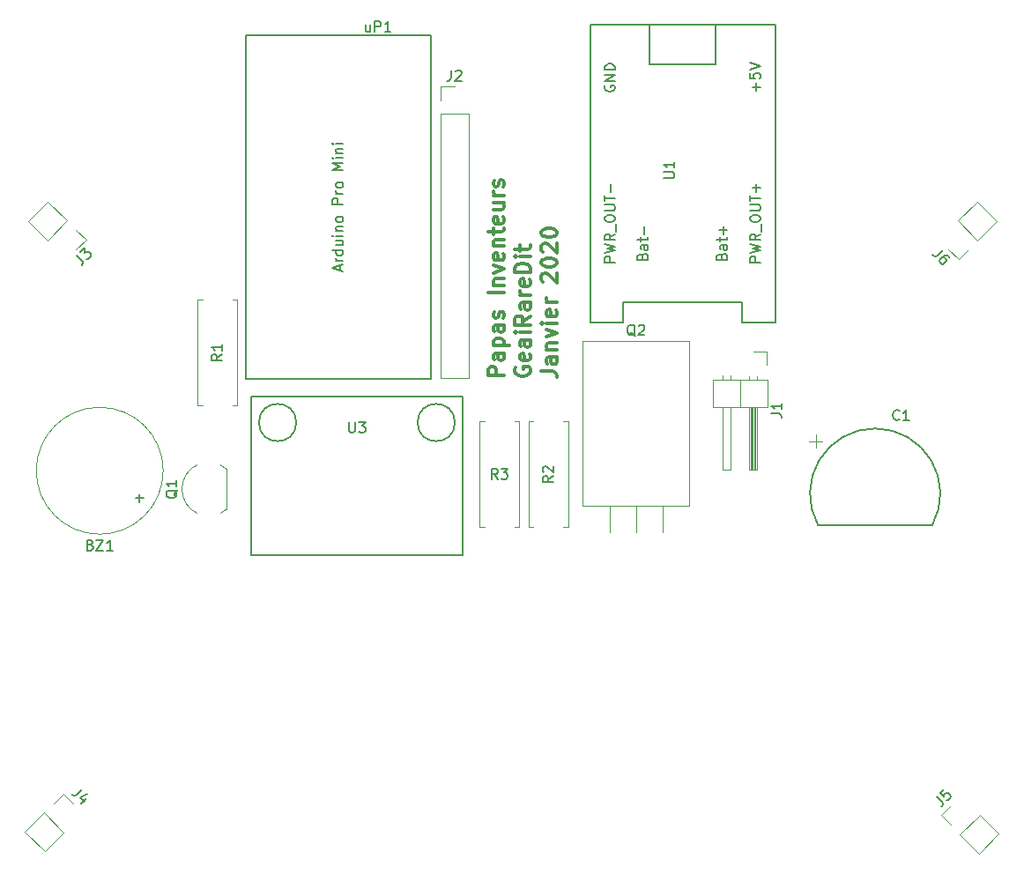
<source format=gto>
G04 #@! TF.GenerationSoftware,KiCad,Pcbnew,5.1.5-52549c5~84~ubuntu18.04.1*
G04 #@! TF.CreationDate,2020-01-22T10:54:03-05:00*
G04 #@! TF.ProjectId,GeaiRareDit_PCB_Kicad5,47656169-5261-4726-9544-69745f504342,1.0*
G04 #@! TF.SameCoordinates,Original*
G04 #@! TF.FileFunction,Legend,Top*
G04 #@! TF.FilePolarity,Positive*
%FSLAX46Y46*%
G04 Gerber Fmt 4.6, Leading zero omitted, Abs format (unit mm)*
G04 Created by KiCad (PCBNEW 5.1.5-52549c5~84~ubuntu18.04.1) date 2020-01-22 10:54:03*
%MOMM*%
%LPD*%
G04 APERTURE LIST*
%ADD10C,0.300000*%
%ADD11C,0.120000*%
%ADD12C,0.150000*%
G04 APERTURE END LIST*
D10*
X150111071Y-87170857D02*
X148611071Y-87170857D01*
X148611071Y-86599428D01*
X148682500Y-86456571D01*
X148753928Y-86385142D01*
X148896785Y-86313714D01*
X149111071Y-86313714D01*
X149253928Y-86385142D01*
X149325357Y-86456571D01*
X149396785Y-86599428D01*
X149396785Y-87170857D01*
X150111071Y-85028000D02*
X149325357Y-85028000D01*
X149182500Y-85099428D01*
X149111071Y-85242285D01*
X149111071Y-85528000D01*
X149182500Y-85670857D01*
X150039642Y-85028000D02*
X150111071Y-85170857D01*
X150111071Y-85528000D01*
X150039642Y-85670857D01*
X149896785Y-85742285D01*
X149753928Y-85742285D01*
X149611071Y-85670857D01*
X149539642Y-85528000D01*
X149539642Y-85170857D01*
X149468214Y-85028000D01*
X149111071Y-84313714D02*
X150611071Y-84313714D01*
X149182500Y-84313714D02*
X149111071Y-84170857D01*
X149111071Y-83885142D01*
X149182500Y-83742285D01*
X149253928Y-83670857D01*
X149396785Y-83599428D01*
X149825357Y-83599428D01*
X149968214Y-83670857D01*
X150039642Y-83742285D01*
X150111071Y-83885142D01*
X150111071Y-84170857D01*
X150039642Y-84313714D01*
X150111071Y-82313714D02*
X149325357Y-82313714D01*
X149182500Y-82385142D01*
X149111071Y-82528000D01*
X149111071Y-82813714D01*
X149182500Y-82956571D01*
X150039642Y-82313714D02*
X150111071Y-82456571D01*
X150111071Y-82813714D01*
X150039642Y-82956571D01*
X149896785Y-83028000D01*
X149753928Y-83028000D01*
X149611071Y-82956571D01*
X149539642Y-82813714D01*
X149539642Y-82456571D01*
X149468214Y-82313714D01*
X150039642Y-81670857D02*
X150111071Y-81528000D01*
X150111071Y-81242285D01*
X150039642Y-81099428D01*
X149896785Y-81028000D01*
X149825357Y-81028000D01*
X149682500Y-81099428D01*
X149611071Y-81242285D01*
X149611071Y-81456571D01*
X149539642Y-81599428D01*
X149396785Y-81670857D01*
X149325357Y-81670857D01*
X149182500Y-81599428D01*
X149111071Y-81456571D01*
X149111071Y-81242285D01*
X149182500Y-81099428D01*
X150111071Y-79242285D02*
X148611071Y-79242285D01*
X149111071Y-78528000D02*
X150111071Y-78528000D01*
X149253928Y-78528000D02*
X149182500Y-78456571D01*
X149111071Y-78313714D01*
X149111071Y-78099428D01*
X149182500Y-77956571D01*
X149325357Y-77885142D01*
X150111071Y-77885142D01*
X149111071Y-77313714D02*
X150111071Y-76956571D01*
X149111071Y-76599428D01*
X150039642Y-75456571D02*
X150111071Y-75599428D01*
X150111071Y-75885142D01*
X150039642Y-76028000D01*
X149896785Y-76099428D01*
X149325357Y-76099428D01*
X149182500Y-76028000D01*
X149111071Y-75885142D01*
X149111071Y-75599428D01*
X149182500Y-75456571D01*
X149325357Y-75385142D01*
X149468214Y-75385142D01*
X149611071Y-76099428D01*
X149111071Y-74742285D02*
X150111071Y-74742285D01*
X149253928Y-74742285D02*
X149182500Y-74670857D01*
X149111071Y-74528000D01*
X149111071Y-74313714D01*
X149182500Y-74170857D01*
X149325357Y-74099428D01*
X150111071Y-74099428D01*
X149111071Y-73599428D02*
X149111071Y-73028000D01*
X148611071Y-73385142D02*
X149896785Y-73385142D01*
X150039642Y-73313714D01*
X150111071Y-73170857D01*
X150111071Y-73028000D01*
X150039642Y-71956571D02*
X150111071Y-72099428D01*
X150111071Y-72385142D01*
X150039642Y-72528000D01*
X149896785Y-72599428D01*
X149325357Y-72599428D01*
X149182500Y-72528000D01*
X149111071Y-72385142D01*
X149111071Y-72099428D01*
X149182500Y-71956571D01*
X149325357Y-71885142D01*
X149468214Y-71885142D01*
X149611071Y-72599428D01*
X149111071Y-70599428D02*
X150111071Y-70599428D01*
X149111071Y-71242285D02*
X149896785Y-71242285D01*
X150039642Y-71170857D01*
X150111071Y-71028000D01*
X150111071Y-70813714D01*
X150039642Y-70670857D01*
X149968214Y-70599428D01*
X150111071Y-69885142D02*
X149111071Y-69885142D01*
X149396785Y-69885142D02*
X149253928Y-69813714D01*
X149182500Y-69742285D01*
X149111071Y-69599428D01*
X149111071Y-69456571D01*
X150039642Y-69028000D02*
X150111071Y-68885142D01*
X150111071Y-68599428D01*
X150039642Y-68456571D01*
X149896785Y-68385142D01*
X149825357Y-68385142D01*
X149682500Y-68456571D01*
X149611071Y-68599428D01*
X149611071Y-68813714D01*
X149539642Y-68956571D01*
X149396785Y-69028000D01*
X149325357Y-69028000D01*
X149182500Y-68956571D01*
X149111071Y-68813714D01*
X149111071Y-68599428D01*
X149182500Y-68456571D01*
X151232500Y-86385142D02*
X151161071Y-86528000D01*
X151161071Y-86742285D01*
X151232500Y-86956571D01*
X151375357Y-87099428D01*
X151518214Y-87170857D01*
X151803928Y-87242285D01*
X152018214Y-87242285D01*
X152303928Y-87170857D01*
X152446785Y-87099428D01*
X152589642Y-86956571D01*
X152661071Y-86742285D01*
X152661071Y-86599428D01*
X152589642Y-86385142D01*
X152518214Y-86313714D01*
X152018214Y-86313714D01*
X152018214Y-86599428D01*
X152589642Y-85099428D02*
X152661071Y-85242285D01*
X152661071Y-85528000D01*
X152589642Y-85670857D01*
X152446785Y-85742285D01*
X151875357Y-85742285D01*
X151732500Y-85670857D01*
X151661071Y-85528000D01*
X151661071Y-85242285D01*
X151732500Y-85099428D01*
X151875357Y-85028000D01*
X152018214Y-85028000D01*
X152161071Y-85742285D01*
X152661071Y-83742285D02*
X151875357Y-83742285D01*
X151732500Y-83813714D01*
X151661071Y-83956571D01*
X151661071Y-84242285D01*
X151732500Y-84385142D01*
X152589642Y-83742285D02*
X152661071Y-83885142D01*
X152661071Y-84242285D01*
X152589642Y-84385142D01*
X152446785Y-84456571D01*
X152303928Y-84456571D01*
X152161071Y-84385142D01*
X152089642Y-84242285D01*
X152089642Y-83885142D01*
X152018214Y-83742285D01*
X152661071Y-83028000D02*
X151661071Y-83028000D01*
X151161071Y-83028000D02*
X151232500Y-83099428D01*
X151303928Y-83028000D01*
X151232500Y-82956571D01*
X151161071Y-83028000D01*
X151303928Y-83028000D01*
X152661071Y-81456571D02*
X151946785Y-81956571D01*
X152661071Y-82313714D02*
X151161071Y-82313714D01*
X151161071Y-81742285D01*
X151232500Y-81599428D01*
X151303928Y-81528000D01*
X151446785Y-81456571D01*
X151661071Y-81456571D01*
X151803928Y-81528000D01*
X151875357Y-81599428D01*
X151946785Y-81742285D01*
X151946785Y-82313714D01*
X152661071Y-80170857D02*
X151875357Y-80170857D01*
X151732500Y-80242285D01*
X151661071Y-80385142D01*
X151661071Y-80670857D01*
X151732500Y-80813714D01*
X152589642Y-80170857D02*
X152661071Y-80313714D01*
X152661071Y-80670857D01*
X152589642Y-80813714D01*
X152446785Y-80885142D01*
X152303928Y-80885142D01*
X152161071Y-80813714D01*
X152089642Y-80670857D01*
X152089642Y-80313714D01*
X152018214Y-80170857D01*
X152661071Y-79456571D02*
X151661071Y-79456571D01*
X151946785Y-79456571D02*
X151803928Y-79385142D01*
X151732500Y-79313714D01*
X151661071Y-79170857D01*
X151661071Y-79028000D01*
X152589642Y-77956571D02*
X152661071Y-78099428D01*
X152661071Y-78385142D01*
X152589642Y-78528000D01*
X152446785Y-78599428D01*
X151875357Y-78599428D01*
X151732500Y-78528000D01*
X151661071Y-78385142D01*
X151661071Y-78099428D01*
X151732500Y-77956571D01*
X151875357Y-77885142D01*
X152018214Y-77885142D01*
X152161071Y-78599428D01*
X152661071Y-77242285D02*
X151161071Y-77242285D01*
X151161071Y-76885142D01*
X151232500Y-76670857D01*
X151375357Y-76528000D01*
X151518214Y-76456571D01*
X151803928Y-76385142D01*
X152018214Y-76385142D01*
X152303928Y-76456571D01*
X152446785Y-76528000D01*
X152589642Y-76670857D01*
X152661071Y-76885142D01*
X152661071Y-77242285D01*
X152661071Y-75742285D02*
X151661071Y-75742285D01*
X151161071Y-75742285D02*
X151232500Y-75813714D01*
X151303928Y-75742285D01*
X151232500Y-75670857D01*
X151161071Y-75742285D01*
X151303928Y-75742285D01*
X151661071Y-75242285D02*
X151661071Y-74670857D01*
X151161071Y-75028000D02*
X152446785Y-75028000D01*
X152589642Y-74956571D01*
X152661071Y-74813714D01*
X152661071Y-74670857D01*
X153711071Y-86742285D02*
X154782500Y-86742285D01*
X154996785Y-86813714D01*
X155139642Y-86956571D01*
X155211071Y-87170857D01*
X155211071Y-87313714D01*
X155211071Y-85385142D02*
X154425357Y-85385142D01*
X154282500Y-85456571D01*
X154211071Y-85599428D01*
X154211071Y-85885142D01*
X154282500Y-86028000D01*
X155139642Y-85385142D02*
X155211071Y-85528000D01*
X155211071Y-85885142D01*
X155139642Y-86028000D01*
X154996785Y-86099428D01*
X154853928Y-86099428D01*
X154711071Y-86028000D01*
X154639642Y-85885142D01*
X154639642Y-85528000D01*
X154568214Y-85385142D01*
X154211071Y-84670857D02*
X155211071Y-84670857D01*
X154353928Y-84670857D02*
X154282500Y-84599428D01*
X154211071Y-84456571D01*
X154211071Y-84242285D01*
X154282500Y-84099428D01*
X154425357Y-84028000D01*
X155211071Y-84028000D01*
X154211071Y-83456571D02*
X155211071Y-83099428D01*
X154211071Y-82742285D01*
X155211071Y-82170857D02*
X154211071Y-82170857D01*
X153711071Y-82170857D02*
X153782500Y-82242285D01*
X153853928Y-82170857D01*
X153782500Y-82099428D01*
X153711071Y-82170857D01*
X153853928Y-82170857D01*
X155139642Y-80885142D02*
X155211071Y-81028000D01*
X155211071Y-81313714D01*
X155139642Y-81456571D01*
X154996785Y-81528000D01*
X154425357Y-81528000D01*
X154282500Y-81456571D01*
X154211071Y-81313714D01*
X154211071Y-81028000D01*
X154282500Y-80885142D01*
X154425357Y-80813714D01*
X154568214Y-80813714D01*
X154711071Y-81528000D01*
X155211071Y-80170857D02*
X154211071Y-80170857D01*
X154496785Y-80170857D02*
X154353928Y-80099428D01*
X154282500Y-80028000D01*
X154211071Y-79885142D01*
X154211071Y-79742285D01*
X153853928Y-78170857D02*
X153782500Y-78099428D01*
X153711071Y-77956571D01*
X153711071Y-77599428D01*
X153782500Y-77456571D01*
X153853928Y-77385142D01*
X153996785Y-77313714D01*
X154139642Y-77313714D01*
X154353928Y-77385142D01*
X155211071Y-78242285D01*
X155211071Y-77313714D01*
X153711071Y-76385142D02*
X153711071Y-76242285D01*
X153782500Y-76099428D01*
X153853928Y-76028000D01*
X153996785Y-75956571D01*
X154282500Y-75885142D01*
X154639642Y-75885142D01*
X154925357Y-75956571D01*
X155068214Y-76028000D01*
X155139642Y-76099428D01*
X155211071Y-76242285D01*
X155211071Y-76385142D01*
X155139642Y-76528000D01*
X155068214Y-76599428D01*
X154925357Y-76670857D01*
X154639642Y-76742285D01*
X154282500Y-76742285D01*
X153996785Y-76670857D01*
X153853928Y-76599428D01*
X153782500Y-76528000D01*
X153711071Y-76385142D01*
X153853928Y-75313714D02*
X153782500Y-75242285D01*
X153711071Y-75099428D01*
X153711071Y-74742285D01*
X153782500Y-74599428D01*
X153853928Y-74528000D01*
X153996785Y-74456571D01*
X154139642Y-74456571D01*
X154353928Y-74528000D01*
X155211071Y-75385142D01*
X155211071Y-74456571D01*
X153711071Y-73528000D02*
X153711071Y-73385142D01*
X153782500Y-73242285D01*
X153853928Y-73170857D01*
X153996785Y-73099428D01*
X154282500Y-73028000D01*
X154639642Y-73028000D01*
X154925357Y-73099428D01*
X155068214Y-73170857D01*
X155139642Y-73242285D01*
X155211071Y-73385142D01*
X155211071Y-73528000D01*
X155139642Y-73670857D01*
X155068214Y-73742285D01*
X154925357Y-73813714D01*
X154639642Y-73885142D01*
X154282500Y-73885142D01*
X153996785Y-73813714D01*
X153853928Y-73742285D01*
X153782500Y-73670857D01*
X153711071Y-73528000D01*
D11*
X144052500Y-87453000D02*
X146712500Y-87453000D01*
X144052500Y-61993000D02*
X144052500Y-87453000D01*
X146712500Y-61993000D02*
X146712500Y-87453000D01*
X144052500Y-61993000D02*
X146712500Y-61993000D01*
X144052500Y-60723000D02*
X144052500Y-59393000D01*
X144052500Y-59393000D02*
X145382500Y-59393000D01*
X157702500Y-99733000D02*
X167942500Y-99733000D01*
X157702500Y-83843000D02*
X167942500Y-83843000D01*
X157702500Y-83843000D02*
X157702500Y-99733000D01*
X167942500Y-83843000D02*
X167942500Y-99733000D01*
X160282500Y-99733000D02*
X160282500Y-102273000D01*
X162822500Y-99733000D02*
X162822500Y-102273000D01*
X165362500Y-99733000D02*
X165362500Y-102273000D01*
X123482500Y-100023000D02*
X123482500Y-96173000D01*
X122904545Y-100405631D02*
G75*
G03X123482500Y-100023000I-1122045J2322631D01*
G01*
X120683693Y-100439400D02*
G75*
G02X119182500Y-98083000I1098807J2356400D01*
G01*
X120683693Y-95726600D02*
G75*
G03X119182500Y-98083000I1098807J-2356400D01*
G01*
X122894764Y-95780617D02*
G75*
G02X123482500Y-96173000I-1112264J-2302383D01*
G01*
D12*
X125302500Y-54453000D02*
X125302500Y-87473000D01*
X125302500Y-87473000D02*
X143082500Y-87473000D01*
X143082500Y-87473000D02*
X143082500Y-54453000D01*
X143082500Y-54453000D02*
X125302500Y-54453000D01*
D11*
X121142500Y-90043000D02*
X120662500Y-90043000D01*
X120662500Y-90043000D02*
X120662500Y-79903000D01*
X120662500Y-79903000D02*
X121142500Y-79903000D01*
X124022500Y-90043000D02*
X124502500Y-90043000D01*
X124502500Y-90043000D02*
X124502500Y-79903000D01*
X124502500Y-79903000D02*
X124022500Y-79903000D01*
D12*
X145408551Y-91693000D02*
G75*
G03X145408551Y-91693000I-1796051J0D01*
G01*
X130168551Y-91693000D02*
G75*
G03X130168551Y-91693000I-1796051J0D01*
G01*
X125832500Y-104393000D02*
X146152500Y-104393000D01*
X146152500Y-104393000D02*
X146152500Y-89153000D01*
X146152500Y-89153000D02*
X125832500Y-89153000D01*
X125832500Y-89153000D02*
X125832500Y-104393000D01*
D11*
X104105545Y-131019051D02*
X105986449Y-132899955D01*
X105944022Y-129180574D02*
X104105545Y-131019051D01*
X107824926Y-131061478D02*
X105986449Y-132899955D01*
X105944022Y-129180574D02*
X107824926Y-131061478D01*
X106842048Y-128282548D02*
X107782500Y-127342096D01*
X107782500Y-127342096D02*
X108722952Y-128282548D01*
X197459455Y-72326949D02*
X195578551Y-70446045D01*
X195620978Y-74165426D02*
X197459455Y-72326949D01*
X193740074Y-72284522D02*
X195578551Y-70446045D01*
X195620978Y-74165426D02*
X193740074Y-72284522D01*
X194722952Y-75063452D02*
X193782500Y-76003904D01*
X193782500Y-76003904D02*
X192842048Y-75063452D01*
X175412500Y-87563000D02*
X170212500Y-87563000D01*
X170212500Y-87563000D02*
X170212500Y-90223000D01*
X170212500Y-90223000D02*
X175412500Y-90223000D01*
X175412500Y-90223000D02*
X175412500Y-87563000D01*
X174462500Y-90223000D02*
X174462500Y-96223000D01*
X174462500Y-96223000D02*
X173702500Y-96223000D01*
X173702500Y-96223000D02*
X173702500Y-90223000D01*
X174402500Y-90223000D02*
X174402500Y-96223000D01*
X174282500Y-90223000D02*
X174282500Y-96223000D01*
X174162500Y-90223000D02*
X174162500Y-96223000D01*
X174042500Y-90223000D02*
X174042500Y-96223000D01*
X173922500Y-90223000D02*
X173922500Y-96223000D01*
X173802500Y-90223000D02*
X173802500Y-96223000D01*
X174462500Y-87233000D02*
X174462500Y-87563000D01*
X173702500Y-87233000D02*
X173702500Y-87563000D01*
X172812500Y-87563000D02*
X172812500Y-90223000D01*
X171922500Y-90223000D02*
X171922500Y-96223000D01*
X171922500Y-96223000D02*
X171162500Y-96223000D01*
X171162500Y-96223000D02*
X171162500Y-90223000D01*
X171922500Y-87165929D02*
X171922500Y-87563000D01*
X171162500Y-87165929D02*
X171162500Y-87563000D01*
X174082500Y-84853000D02*
X175352500Y-84853000D01*
X175352500Y-84853000D02*
X175352500Y-86123000D01*
X156302500Y-91603000D02*
X155822500Y-91603000D01*
X156302500Y-101743000D02*
X156302500Y-91603000D01*
X155822500Y-101743000D02*
X156302500Y-101743000D01*
X152462500Y-91603000D02*
X152942500Y-91603000D01*
X152462500Y-101743000D02*
X152462500Y-91603000D01*
X152942500Y-101743000D02*
X152462500Y-101743000D01*
X109963404Y-74123000D02*
X109022952Y-75063452D01*
X109022952Y-73182548D02*
X109963404Y-74123000D01*
X108124926Y-72284522D02*
X106244022Y-74165426D01*
X106244022Y-74165426D02*
X104405545Y-72326949D01*
X108124926Y-72284522D02*
X106286449Y-70446045D01*
X106286449Y-70446045D02*
X104405545Y-72326949D01*
X148242500Y-101743000D02*
X147762500Y-101743000D01*
X147762500Y-101743000D02*
X147762500Y-91603000D01*
X147762500Y-91603000D02*
X148242500Y-91603000D01*
X151122500Y-101743000D02*
X151602500Y-101743000D01*
X151602500Y-101743000D02*
X151602500Y-91603000D01*
X151602500Y-91603000D02*
X151122500Y-91603000D01*
X192105545Y-129426949D02*
X193045997Y-128486497D01*
X193045997Y-130367401D02*
X192105545Y-129426949D01*
X193944023Y-131265427D02*
X195824927Y-129384523D01*
X195824927Y-129384523D02*
X197663404Y-131223000D01*
X193944023Y-131265427D02*
X195782500Y-133103904D01*
X195782500Y-133103904D02*
X197663404Y-131223000D01*
X117382500Y-96323000D02*
G75*
G03X117382500Y-96323000I-6100000J0D01*
G01*
X179432500Y-93523000D02*
X180682500Y-93523000D01*
X180082500Y-92873000D02*
X180082500Y-94123000D01*
D12*
X180266365Y-101493227D02*
G75*
G02X191282499Y-101522999I5516135J2970227D01*
G01*
X191282499Y-101522999D02*
X180282500Y-101523000D01*
X170487500Y-53478000D02*
X170487500Y-57288000D01*
X170487500Y-57288000D02*
X164137500Y-57288000D01*
X164137500Y-57288000D02*
X164137500Y-53478000D01*
X176202500Y-82053000D02*
X173027500Y-82053000D01*
X173027500Y-82053000D02*
X173027500Y-80148000D01*
X173027500Y-80148000D02*
X161597500Y-80148000D01*
X161597500Y-80148000D02*
X161597500Y-82053000D01*
X161597500Y-82053000D02*
X158422500Y-82053000D01*
X158422500Y-82053000D02*
X158422500Y-59193000D01*
X160327500Y-53478000D02*
X176202500Y-53478000D01*
X176202500Y-53478000D02*
X176202500Y-78243000D01*
X176202500Y-78243000D02*
X176202500Y-80148000D01*
X176202500Y-80148000D02*
X176202500Y-81418000D01*
X176202500Y-81418000D02*
X176202500Y-82053000D01*
X160327500Y-53478000D02*
X158422500Y-53478000D01*
X158422500Y-53478000D02*
X158422500Y-59193000D01*
X145049166Y-57845380D02*
X145049166Y-58559666D01*
X145001547Y-58702523D01*
X144906309Y-58797761D01*
X144763452Y-58845380D01*
X144668214Y-58845380D01*
X145477738Y-57940619D02*
X145525357Y-57893000D01*
X145620595Y-57845380D01*
X145858690Y-57845380D01*
X145953928Y-57893000D01*
X146001547Y-57940619D01*
X146049166Y-58035857D01*
X146049166Y-58131095D01*
X146001547Y-58273952D01*
X145430119Y-58845380D01*
X146049166Y-58845380D01*
X162727261Y-83390619D02*
X162632023Y-83343000D01*
X162536785Y-83247761D01*
X162393928Y-83104904D01*
X162298690Y-83057285D01*
X162203452Y-83057285D01*
X162251071Y-83295380D02*
X162155833Y-83247761D01*
X162060595Y-83152523D01*
X162012976Y-82962047D01*
X162012976Y-82628714D01*
X162060595Y-82438238D01*
X162155833Y-82343000D01*
X162251071Y-82295380D01*
X162441547Y-82295380D01*
X162536785Y-82343000D01*
X162632023Y-82438238D01*
X162679642Y-82628714D01*
X162679642Y-82962047D01*
X162632023Y-83152523D01*
X162536785Y-83247761D01*
X162441547Y-83295380D01*
X162251071Y-83295380D01*
X163060595Y-82390619D02*
X163108214Y-82343000D01*
X163203452Y-82295380D01*
X163441547Y-82295380D01*
X163536785Y-82343000D01*
X163584404Y-82390619D01*
X163632023Y-82485857D01*
X163632023Y-82581095D01*
X163584404Y-82723952D01*
X163012976Y-83295380D01*
X163632023Y-83295380D01*
X118770119Y-98178238D02*
X118722500Y-98273476D01*
X118627261Y-98368714D01*
X118484404Y-98511571D01*
X118436785Y-98606809D01*
X118436785Y-98702047D01*
X118674880Y-98654428D02*
X118627261Y-98749666D01*
X118532023Y-98844904D01*
X118341547Y-98892523D01*
X118008214Y-98892523D01*
X117817738Y-98844904D01*
X117722500Y-98749666D01*
X117674880Y-98654428D01*
X117674880Y-98463952D01*
X117722500Y-98368714D01*
X117817738Y-98273476D01*
X118008214Y-98225857D01*
X118341547Y-98225857D01*
X118532023Y-98273476D01*
X118627261Y-98368714D01*
X118674880Y-98463952D01*
X118674880Y-98654428D01*
X118674880Y-97273476D02*
X118674880Y-97844904D01*
X118674880Y-97559190D02*
X117674880Y-97559190D01*
X117817738Y-97654428D01*
X117912976Y-97749666D01*
X117960595Y-97844904D01*
X137240595Y-53468714D02*
X137240595Y-54135380D01*
X136812023Y-53468714D02*
X136812023Y-53992523D01*
X136859642Y-54087761D01*
X136954880Y-54135380D01*
X137097738Y-54135380D01*
X137192976Y-54087761D01*
X137240595Y-54040142D01*
X137716785Y-54135380D02*
X137716785Y-53135380D01*
X138097738Y-53135380D01*
X138192976Y-53183000D01*
X138240595Y-53230619D01*
X138288214Y-53325857D01*
X138288214Y-53468714D01*
X138240595Y-53563952D01*
X138192976Y-53611571D01*
X138097738Y-53659190D01*
X137716785Y-53659190D01*
X139240595Y-54135380D02*
X138669166Y-54135380D01*
X138954880Y-54135380D02*
X138954880Y-53135380D01*
X138859642Y-53278238D01*
X138764404Y-53373476D01*
X138669166Y-53421095D01*
X134359166Y-77082047D02*
X134359166Y-76605857D01*
X134644880Y-77177285D02*
X133644880Y-76843952D01*
X134644880Y-76510619D01*
X134644880Y-76177285D02*
X133978214Y-76177285D01*
X134168690Y-76177285D02*
X134073452Y-76129666D01*
X134025833Y-76082047D01*
X133978214Y-75986809D01*
X133978214Y-75891571D01*
X134644880Y-75129666D02*
X133644880Y-75129666D01*
X134597261Y-75129666D02*
X134644880Y-75224904D01*
X134644880Y-75415380D01*
X134597261Y-75510619D01*
X134549642Y-75558238D01*
X134454404Y-75605857D01*
X134168690Y-75605857D01*
X134073452Y-75558238D01*
X134025833Y-75510619D01*
X133978214Y-75415380D01*
X133978214Y-75224904D01*
X134025833Y-75129666D01*
X133978214Y-74224904D02*
X134644880Y-74224904D01*
X133978214Y-74653476D02*
X134502023Y-74653476D01*
X134597261Y-74605857D01*
X134644880Y-74510619D01*
X134644880Y-74367761D01*
X134597261Y-74272523D01*
X134549642Y-74224904D01*
X134644880Y-73748714D02*
X133978214Y-73748714D01*
X133644880Y-73748714D02*
X133692500Y-73796333D01*
X133740119Y-73748714D01*
X133692500Y-73701095D01*
X133644880Y-73748714D01*
X133740119Y-73748714D01*
X133978214Y-73272523D02*
X134644880Y-73272523D01*
X134073452Y-73272523D02*
X134025833Y-73224904D01*
X133978214Y-73129666D01*
X133978214Y-72986809D01*
X134025833Y-72891571D01*
X134121071Y-72843952D01*
X134644880Y-72843952D01*
X134644880Y-72224904D02*
X134597261Y-72320142D01*
X134549642Y-72367761D01*
X134454404Y-72415380D01*
X134168690Y-72415380D01*
X134073452Y-72367761D01*
X134025833Y-72320142D01*
X133978214Y-72224904D01*
X133978214Y-72082047D01*
X134025833Y-71986809D01*
X134073452Y-71939190D01*
X134168690Y-71891571D01*
X134454404Y-71891571D01*
X134549642Y-71939190D01*
X134597261Y-71986809D01*
X134644880Y-72082047D01*
X134644880Y-72224904D01*
X134644880Y-70701095D02*
X133644880Y-70701095D01*
X133644880Y-70320142D01*
X133692500Y-70224904D01*
X133740119Y-70177285D01*
X133835357Y-70129666D01*
X133978214Y-70129666D01*
X134073452Y-70177285D01*
X134121071Y-70224904D01*
X134168690Y-70320142D01*
X134168690Y-70701095D01*
X134644880Y-69701095D02*
X133978214Y-69701095D01*
X134168690Y-69701095D02*
X134073452Y-69653476D01*
X134025833Y-69605857D01*
X133978214Y-69510619D01*
X133978214Y-69415380D01*
X134644880Y-68939190D02*
X134597261Y-69034428D01*
X134549642Y-69082047D01*
X134454404Y-69129666D01*
X134168690Y-69129666D01*
X134073452Y-69082047D01*
X134025833Y-69034428D01*
X133978214Y-68939190D01*
X133978214Y-68796333D01*
X134025833Y-68701095D01*
X134073452Y-68653476D01*
X134168690Y-68605857D01*
X134454404Y-68605857D01*
X134549642Y-68653476D01*
X134597261Y-68701095D01*
X134644880Y-68796333D01*
X134644880Y-68939190D01*
X134644880Y-67415380D02*
X133644880Y-67415380D01*
X134359166Y-67082047D01*
X133644880Y-66748714D01*
X134644880Y-66748714D01*
X134644880Y-66272523D02*
X133978214Y-66272523D01*
X133644880Y-66272523D02*
X133692500Y-66320142D01*
X133740119Y-66272523D01*
X133692500Y-66224904D01*
X133644880Y-66272523D01*
X133740119Y-66272523D01*
X133978214Y-65796333D02*
X134644880Y-65796333D01*
X134073452Y-65796333D02*
X134025833Y-65748714D01*
X133978214Y-65653476D01*
X133978214Y-65510619D01*
X134025833Y-65415380D01*
X134121071Y-65367761D01*
X134644880Y-65367761D01*
X134644880Y-64891571D02*
X133978214Y-64891571D01*
X133644880Y-64891571D02*
X133692500Y-64939190D01*
X133740119Y-64891571D01*
X133692500Y-64843952D01*
X133644880Y-64891571D01*
X133740119Y-64891571D01*
X123034880Y-85139666D02*
X122558690Y-85473000D01*
X123034880Y-85711095D02*
X122034880Y-85711095D01*
X122034880Y-85330142D01*
X122082500Y-85234904D01*
X122130119Y-85187285D01*
X122225357Y-85139666D01*
X122368214Y-85139666D01*
X122463452Y-85187285D01*
X122511071Y-85234904D01*
X122558690Y-85330142D01*
X122558690Y-85711095D01*
X123034880Y-84187285D02*
X123034880Y-84758714D01*
X123034880Y-84473000D02*
X122034880Y-84473000D01*
X122177738Y-84568238D01*
X122272976Y-84663476D01*
X122320595Y-84758714D01*
X135230595Y-91645380D02*
X135230595Y-92454904D01*
X135278214Y-92550142D01*
X135325833Y-92597761D01*
X135421071Y-92645380D01*
X135611547Y-92645380D01*
X135706785Y-92597761D01*
X135754404Y-92550142D01*
X135802023Y-92454904D01*
X135802023Y-91645380D01*
X136182976Y-91645380D02*
X136802023Y-91645380D01*
X136468690Y-92026333D01*
X136611547Y-92026333D01*
X136706785Y-92073952D01*
X136754404Y-92121571D01*
X136802023Y-92216809D01*
X136802023Y-92454904D01*
X136754404Y-92550142D01*
X136706785Y-92597761D01*
X136611547Y-92645380D01*
X136325833Y-92645380D01*
X136230595Y-92597761D01*
X136182976Y-92550142D01*
X109581581Y-126952513D02*
X109076505Y-127457589D01*
X108941818Y-127524933D01*
X108807131Y-127524933D01*
X108672444Y-127457589D01*
X108605101Y-127390246D01*
X109985642Y-127827979D02*
X109514238Y-128299383D01*
X110086658Y-127390246D02*
X109413223Y-127726963D01*
X109850955Y-128164696D01*
X192286463Y-75147631D02*
X191781387Y-75652707D01*
X191646700Y-75720051D01*
X191512013Y-75720051D01*
X191377326Y-75652707D01*
X191309983Y-75585364D01*
X192926227Y-75787394D02*
X192791540Y-75652707D01*
X192690524Y-75619036D01*
X192623181Y-75619036D01*
X192454822Y-75652707D01*
X192286463Y-75753723D01*
X192017089Y-76023097D01*
X191983418Y-76124112D01*
X191983418Y-76191455D01*
X192017089Y-76292471D01*
X192151776Y-76427158D01*
X192252792Y-76460829D01*
X192320135Y-76460829D01*
X192421150Y-76427158D01*
X192589509Y-76258799D01*
X192623181Y-76157784D01*
X192623181Y-76090440D01*
X192589509Y-75989425D01*
X192454822Y-75854738D01*
X192353807Y-75821066D01*
X192286463Y-75821066D01*
X192185448Y-75854738D01*
X175804880Y-90841333D02*
X176519166Y-90841333D01*
X176662023Y-90888952D01*
X176757261Y-90984190D01*
X176804880Y-91127047D01*
X176804880Y-91222285D01*
X176804880Y-89841333D02*
X176804880Y-90412761D01*
X176804880Y-90127047D02*
X175804880Y-90127047D01*
X175947738Y-90222285D01*
X176042976Y-90317523D01*
X176090595Y-90412761D01*
X154834880Y-96839666D02*
X154358690Y-97173000D01*
X154834880Y-97411095D02*
X153834880Y-97411095D01*
X153834880Y-97030142D01*
X153882500Y-96934904D01*
X153930119Y-96887285D01*
X154025357Y-96839666D01*
X154168214Y-96839666D01*
X154263452Y-96887285D01*
X154311071Y-96934904D01*
X154358690Y-97030142D01*
X154358690Y-97411095D01*
X153930119Y-96458714D02*
X153882500Y-96411095D01*
X153834880Y-96315857D01*
X153834880Y-96077761D01*
X153882500Y-95982523D01*
X153930119Y-95934904D01*
X154025357Y-95887285D01*
X154120595Y-95887285D01*
X154263452Y-95934904D01*
X154834880Y-96506333D01*
X154834880Y-95887285D01*
X109107131Y-75619036D02*
X109612207Y-76124112D01*
X109679551Y-76258799D01*
X109679551Y-76393486D01*
X109612207Y-76528173D01*
X109544864Y-76595516D01*
X109376505Y-75349662D02*
X109814238Y-74911929D01*
X109847910Y-75417005D01*
X109948925Y-75315990D01*
X110049940Y-75282318D01*
X110117284Y-75282318D01*
X110218299Y-75315990D01*
X110386658Y-75484349D01*
X110420329Y-75585364D01*
X110420329Y-75652707D01*
X110386658Y-75753723D01*
X110184627Y-75955753D01*
X110083612Y-75989425D01*
X110016268Y-75989425D01*
X149515833Y-97125380D02*
X149182500Y-96649190D01*
X148944404Y-97125380D02*
X148944404Y-96125380D01*
X149325357Y-96125380D01*
X149420595Y-96173000D01*
X149468214Y-96220619D01*
X149515833Y-96315857D01*
X149515833Y-96458714D01*
X149468214Y-96553952D01*
X149420595Y-96601571D01*
X149325357Y-96649190D01*
X148944404Y-96649190D01*
X149849166Y-96125380D02*
X150468214Y-96125380D01*
X150134880Y-96506333D01*
X150277738Y-96506333D01*
X150372976Y-96553952D01*
X150420595Y-96601571D01*
X150468214Y-96696809D01*
X150468214Y-96934904D01*
X150420595Y-97030142D01*
X150372976Y-97077761D01*
X150277738Y-97125380D01*
X149992023Y-97125380D01*
X149896785Y-97077761D01*
X149849166Y-97030142D01*
X191715962Y-127627867D02*
X192221038Y-128132943D01*
X192288382Y-128267630D01*
X192288382Y-128402317D01*
X192221038Y-128537004D01*
X192153695Y-128604347D01*
X192389397Y-126954432D02*
X192052680Y-127291149D01*
X192355725Y-127661538D01*
X192355725Y-127594195D01*
X192389397Y-127493180D01*
X192557756Y-127324821D01*
X192658771Y-127291149D01*
X192726115Y-127291149D01*
X192827130Y-127324821D01*
X192995489Y-127493180D01*
X193029160Y-127594195D01*
X193029160Y-127661538D01*
X192995489Y-127762554D01*
X192827130Y-127930912D01*
X192726115Y-127964584D01*
X192658771Y-127964584D01*
X110401547Y-103451571D02*
X110544404Y-103499190D01*
X110592023Y-103546809D01*
X110639642Y-103642047D01*
X110639642Y-103784904D01*
X110592023Y-103880142D01*
X110544404Y-103927761D01*
X110449166Y-103975380D01*
X110068214Y-103975380D01*
X110068214Y-102975380D01*
X110401547Y-102975380D01*
X110496785Y-103023000D01*
X110544404Y-103070619D01*
X110592023Y-103165857D01*
X110592023Y-103261095D01*
X110544404Y-103356333D01*
X110496785Y-103403952D01*
X110401547Y-103451571D01*
X110068214Y-103451571D01*
X110972976Y-102975380D02*
X111639642Y-102975380D01*
X110972976Y-103975380D01*
X111639642Y-103975380D01*
X112544404Y-103975380D02*
X111972976Y-103975380D01*
X112258690Y-103975380D02*
X112258690Y-102975380D01*
X112163452Y-103118238D01*
X112068214Y-103213476D01*
X111972976Y-103261095D01*
X114711547Y-98934428D02*
X115473452Y-98934428D01*
X115092500Y-99315380D02*
X115092500Y-98553476D01*
X188115833Y-91380142D02*
X188068214Y-91427761D01*
X187925357Y-91475380D01*
X187830119Y-91475380D01*
X187687261Y-91427761D01*
X187592023Y-91332523D01*
X187544404Y-91237285D01*
X187496785Y-91046809D01*
X187496785Y-90903952D01*
X187544404Y-90713476D01*
X187592023Y-90618238D01*
X187687261Y-90523000D01*
X187830119Y-90475380D01*
X187925357Y-90475380D01*
X188068214Y-90523000D01*
X188115833Y-90570619D01*
X189068214Y-91475380D02*
X188496785Y-91475380D01*
X188782500Y-91475380D02*
X188782500Y-90475380D01*
X188687261Y-90618238D01*
X188592023Y-90713476D01*
X188496785Y-90761095D01*
X165494880Y-68209904D02*
X166304404Y-68209904D01*
X166399642Y-68162285D01*
X166447261Y-68114666D01*
X166494880Y-68019428D01*
X166494880Y-67828952D01*
X166447261Y-67733714D01*
X166399642Y-67686095D01*
X166304404Y-67638476D01*
X165494880Y-67638476D01*
X166494880Y-66638476D02*
X166494880Y-67209904D01*
X166494880Y-66924190D02*
X165494880Y-66924190D01*
X165637738Y-67019428D01*
X165732976Y-67114666D01*
X165780595Y-67209904D01*
X159827500Y-59319904D02*
X159779880Y-59415142D01*
X159779880Y-59558000D01*
X159827500Y-59700857D01*
X159922738Y-59796095D01*
X160017976Y-59843714D01*
X160208452Y-59891333D01*
X160351309Y-59891333D01*
X160541785Y-59843714D01*
X160637023Y-59796095D01*
X160732261Y-59700857D01*
X160779880Y-59558000D01*
X160779880Y-59462761D01*
X160732261Y-59319904D01*
X160684642Y-59272285D01*
X160351309Y-59272285D01*
X160351309Y-59462761D01*
X160779880Y-58843714D02*
X159779880Y-58843714D01*
X160779880Y-58272285D01*
X159779880Y-58272285D01*
X160779880Y-57796095D02*
X159779880Y-57796095D01*
X159779880Y-57558000D01*
X159827500Y-57415142D01*
X159922738Y-57319904D01*
X160017976Y-57272285D01*
X160208452Y-57224666D01*
X160351309Y-57224666D01*
X160541785Y-57272285D01*
X160637023Y-57319904D01*
X160732261Y-57415142D01*
X160779880Y-57558000D01*
X160779880Y-57796095D01*
X174368928Y-59843714D02*
X174368928Y-59081809D01*
X174749880Y-59462761D02*
X173987976Y-59462761D01*
X173749880Y-58129428D02*
X173749880Y-58605619D01*
X174226071Y-58653238D01*
X174178452Y-58605619D01*
X174130833Y-58510380D01*
X174130833Y-58272285D01*
X174178452Y-58177047D01*
X174226071Y-58129428D01*
X174321309Y-58081809D01*
X174559404Y-58081809D01*
X174654642Y-58129428D01*
X174702261Y-58177047D01*
X174749880Y-58272285D01*
X174749880Y-58510380D01*
X174702261Y-58605619D01*
X174654642Y-58653238D01*
X173749880Y-57796095D02*
X174749880Y-57462761D01*
X173749880Y-57129428D01*
X174749880Y-76289904D02*
X173749880Y-76289904D01*
X173749880Y-75908952D01*
X173797500Y-75813714D01*
X173845119Y-75766095D01*
X173940357Y-75718476D01*
X174083214Y-75718476D01*
X174178452Y-75766095D01*
X174226071Y-75813714D01*
X174273690Y-75908952D01*
X174273690Y-76289904D01*
X173749880Y-75385142D02*
X174749880Y-75147047D01*
X174035595Y-74956571D01*
X174749880Y-74766095D01*
X173749880Y-74528000D01*
X174749880Y-73575619D02*
X174273690Y-73908952D01*
X174749880Y-74147047D02*
X173749880Y-74147047D01*
X173749880Y-73766095D01*
X173797500Y-73670857D01*
X173845119Y-73623238D01*
X173940357Y-73575619D01*
X174083214Y-73575619D01*
X174178452Y-73623238D01*
X174226071Y-73670857D01*
X174273690Y-73766095D01*
X174273690Y-74147047D01*
X174845119Y-73385142D02*
X174845119Y-72623238D01*
X173749880Y-72194666D02*
X173749880Y-72004190D01*
X173797500Y-71908952D01*
X173892738Y-71813714D01*
X174083214Y-71766095D01*
X174416547Y-71766095D01*
X174607023Y-71813714D01*
X174702261Y-71908952D01*
X174749880Y-72004190D01*
X174749880Y-72194666D01*
X174702261Y-72289904D01*
X174607023Y-72385142D01*
X174416547Y-72432761D01*
X174083214Y-72432761D01*
X173892738Y-72385142D01*
X173797500Y-72289904D01*
X173749880Y-72194666D01*
X173749880Y-71337523D02*
X174559404Y-71337523D01*
X174654642Y-71289904D01*
X174702261Y-71242285D01*
X174749880Y-71147047D01*
X174749880Y-70956571D01*
X174702261Y-70861333D01*
X174654642Y-70813714D01*
X174559404Y-70766095D01*
X173749880Y-70766095D01*
X173749880Y-70432761D02*
X173749880Y-69861333D01*
X174749880Y-70147047D02*
X173749880Y-70147047D01*
X174368928Y-69528000D02*
X174368928Y-68766095D01*
X174749880Y-69147047D02*
X173987976Y-69147047D01*
X160779880Y-76289904D02*
X159779880Y-76289904D01*
X159779880Y-75908952D01*
X159827500Y-75813714D01*
X159875119Y-75766095D01*
X159970357Y-75718476D01*
X160113214Y-75718476D01*
X160208452Y-75766095D01*
X160256071Y-75813714D01*
X160303690Y-75908952D01*
X160303690Y-76289904D01*
X159779880Y-75385142D02*
X160779880Y-75147047D01*
X160065595Y-74956571D01*
X160779880Y-74766095D01*
X159779880Y-74528000D01*
X160779880Y-73575619D02*
X160303690Y-73908952D01*
X160779880Y-74147047D02*
X159779880Y-74147047D01*
X159779880Y-73766095D01*
X159827500Y-73670857D01*
X159875119Y-73623238D01*
X159970357Y-73575619D01*
X160113214Y-73575619D01*
X160208452Y-73623238D01*
X160256071Y-73670857D01*
X160303690Y-73766095D01*
X160303690Y-74147047D01*
X160875119Y-73385142D02*
X160875119Y-72623238D01*
X159779880Y-72194666D02*
X159779880Y-72004190D01*
X159827500Y-71908952D01*
X159922738Y-71813714D01*
X160113214Y-71766095D01*
X160446547Y-71766095D01*
X160637023Y-71813714D01*
X160732261Y-71908952D01*
X160779880Y-72004190D01*
X160779880Y-72194666D01*
X160732261Y-72289904D01*
X160637023Y-72385142D01*
X160446547Y-72432761D01*
X160113214Y-72432761D01*
X159922738Y-72385142D01*
X159827500Y-72289904D01*
X159779880Y-72194666D01*
X159779880Y-71337523D02*
X160589404Y-71337523D01*
X160684642Y-71289904D01*
X160732261Y-71242285D01*
X160779880Y-71147047D01*
X160779880Y-70956571D01*
X160732261Y-70861333D01*
X160684642Y-70813714D01*
X160589404Y-70766095D01*
X159779880Y-70766095D01*
X159779880Y-70432761D02*
X159779880Y-69861333D01*
X160779880Y-70147047D02*
X159779880Y-70147047D01*
X160398928Y-69528000D02*
X160398928Y-68766095D01*
X163431071Y-75718714D02*
X163478690Y-75575857D01*
X163526309Y-75528238D01*
X163621547Y-75480619D01*
X163764404Y-75480619D01*
X163859642Y-75528238D01*
X163907261Y-75575857D01*
X163954880Y-75671095D01*
X163954880Y-76052047D01*
X162954880Y-76052047D01*
X162954880Y-75718714D01*
X163002500Y-75623476D01*
X163050119Y-75575857D01*
X163145357Y-75528238D01*
X163240595Y-75528238D01*
X163335833Y-75575857D01*
X163383452Y-75623476D01*
X163431071Y-75718714D01*
X163431071Y-76052047D01*
X163954880Y-74623476D02*
X163431071Y-74623476D01*
X163335833Y-74671095D01*
X163288214Y-74766333D01*
X163288214Y-74956809D01*
X163335833Y-75052047D01*
X163907261Y-74623476D02*
X163954880Y-74718714D01*
X163954880Y-74956809D01*
X163907261Y-75052047D01*
X163812023Y-75099666D01*
X163716785Y-75099666D01*
X163621547Y-75052047D01*
X163573928Y-74956809D01*
X163573928Y-74718714D01*
X163526309Y-74623476D01*
X163288214Y-74290142D02*
X163288214Y-73909190D01*
X162954880Y-74147285D02*
X163812023Y-74147285D01*
X163907261Y-74099666D01*
X163954880Y-74004428D01*
X163954880Y-73909190D01*
X163573928Y-73575857D02*
X163573928Y-72813952D01*
X171051071Y-75718714D02*
X171098690Y-75575857D01*
X171146309Y-75528238D01*
X171241547Y-75480619D01*
X171384404Y-75480619D01*
X171479642Y-75528238D01*
X171527261Y-75575857D01*
X171574880Y-75671095D01*
X171574880Y-76052047D01*
X170574880Y-76052047D01*
X170574880Y-75718714D01*
X170622500Y-75623476D01*
X170670119Y-75575857D01*
X170765357Y-75528238D01*
X170860595Y-75528238D01*
X170955833Y-75575857D01*
X171003452Y-75623476D01*
X171051071Y-75718714D01*
X171051071Y-76052047D01*
X171574880Y-74623476D02*
X171051071Y-74623476D01*
X170955833Y-74671095D01*
X170908214Y-74766333D01*
X170908214Y-74956809D01*
X170955833Y-75052047D01*
X171527261Y-74623476D02*
X171574880Y-74718714D01*
X171574880Y-74956809D01*
X171527261Y-75052047D01*
X171432023Y-75099666D01*
X171336785Y-75099666D01*
X171241547Y-75052047D01*
X171193928Y-74956809D01*
X171193928Y-74718714D01*
X171146309Y-74623476D01*
X170908214Y-74290142D02*
X170908214Y-73909190D01*
X170574880Y-74147285D02*
X171432023Y-74147285D01*
X171527261Y-74099666D01*
X171574880Y-74004428D01*
X171574880Y-73909190D01*
X171193928Y-73575857D02*
X171193928Y-72813952D01*
X171574880Y-73194904D02*
X170812976Y-73194904D01*
M02*

</source>
